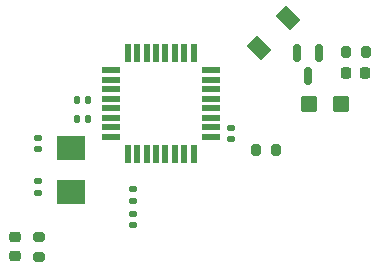
<source format=gbr>
%TF.GenerationSoftware,KiCad,Pcbnew,(6.0.7-1)-1*%
%TF.CreationDate,2022-12-23T14:46:04-05:00*%
%TF.ProjectId,atmega328,61746d65-6761-4333-9238-2e6b69636164,rev?*%
%TF.SameCoordinates,Original*%
%TF.FileFunction,Paste,Top*%
%TF.FilePolarity,Positive*%
%FSLAX46Y46*%
G04 Gerber Fmt 4.6, Leading zero omitted, Abs format (unit mm)*
G04 Created by KiCad (PCBNEW (6.0.7-1)-1) date 2022-12-23 14:46:04*
%MOMM*%
%LPD*%
G01*
G04 APERTURE LIST*
G04 Aperture macros list*
%AMRoundRect*
0 Rectangle with rounded corners*
0 $1 Rounding radius*
0 $2 $3 $4 $5 $6 $7 $8 $9 X,Y pos of 4 corners*
0 Add a 4 corners polygon primitive as box body*
4,1,4,$2,$3,$4,$5,$6,$7,$8,$9,$2,$3,0*
0 Add four circle primitives for the rounded corners*
1,1,$1+$1,$2,$3*
1,1,$1+$1,$4,$5*
1,1,$1+$1,$6,$7*
1,1,$1+$1,$8,$9*
0 Add four rect primitives between the rounded corners*
20,1,$1+$1,$2,$3,$4,$5,0*
20,1,$1+$1,$4,$5,$6,$7,0*
20,1,$1+$1,$6,$7,$8,$9,0*
20,1,$1+$1,$8,$9,$2,$3,0*%
%AMRotRect*
0 Rectangle, with rotation*
0 The origin of the aperture is its center*
0 $1 length*
0 $2 width*
0 $3 Rotation angle, in degrees counterclockwise*
0 Add horizontal line*
21,1,$1,$2,0,0,$3*%
G04 Aperture macros list end*
%ADD10RoundRect,0.250000X-0.450000X-0.425000X0.450000X-0.425000X0.450000X0.425000X-0.450000X0.425000X0*%
%ADD11RoundRect,0.225000X-0.225000X-0.250000X0.225000X-0.250000X0.225000X0.250000X-0.225000X0.250000X0*%
%ADD12RoundRect,0.140000X0.170000X-0.140000X0.170000X0.140000X-0.170000X0.140000X-0.170000X-0.140000X0*%
%ADD13RoundRect,0.140000X-0.170000X0.140000X-0.170000X-0.140000X0.170000X-0.140000X0.170000X0.140000X0*%
%ADD14RoundRect,0.140000X0.140000X0.170000X-0.140000X0.170000X-0.140000X-0.170000X0.140000X-0.170000X0*%
%ADD15RoundRect,0.200000X-0.200000X-0.275000X0.200000X-0.275000X0.200000X0.275000X-0.200000X0.275000X0*%
%ADD16RoundRect,0.200000X-0.275000X0.200000X-0.275000X-0.200000X0.275000X-0.200000X0.275000X0.200000X0*%
%ADD17R,1.600000X0.550000*%
%ADD18R,0.550000X1.600000*%
%ADD19R,2.400000X2.000000*%
%ADD20RoundRect,0.218750X0.256250X-0.218750X0.256250X0.218750X-0.256250X0.218750X-0.256250X-0.218750X0*%
%ADD21RotRect,1.300000X1.700000X45.000000*%
%ADD22RoundRect,0.150000X-0.150000X0.587500X-0.150000X-0.587500X0.150000X-0.587500X0.150000X0.587500X0*%
G04 APERTURE END LIST*
D10*
%TO.C,C2*%
X155210000Y-95270000D03*
X157910000Y-95270000D03*
%TD*%
D11*
%TO.C,C1*%
X158395000Y-92660000D03*
X159945000Y-92660000D03*
%TD*%
D12*
%TO.C,C6*%
X132310000Y-99100000D03*
X132310000Y-98140000D03*
%TD*%
D13*
%TO.C,C8*%
X140340000Y-104610000D03*
X140340000Y-105570000D03*
%TD*%
D14*
%TO.C,C3*%
X136520000Y-94930000D03*
X135560000Y-94930000D03*
%TD*%
D15*
%TO.C,R1*%
X158360000Y-90860000D03*
X160010000Y-90860000D03*
%TD*%
D14*
%TO.C,C4*%
X136540000Y-96530000D03*
X135580000Y-96530000D03*
%TD*%
D16*
%TO.C,R3*%
X132320000Y-106595000D03*
X132320000Y-108245000D03*
%TD*%
D13*
%TO.C,C5*%
X148590000Y-97310000D03*
X148590000Y-98270000D03*
%TD*%
D17*
%TO.C,U1*%
X138420000Y-92460000D03*
X138420000Y-93260000D03*
X138420000Y-94060000D03*
X138420000Y-94860000D03*
X138420000Y-95660000D03*
X138420000Y-96460000D03*
X138420000Y-97260000D03*
X138420000Y-98060000D03*
D18*
X139870000Y-99510000D03*
X140670000Y-99510000D03*
X141470000Y-99510000D03*
X142270000Y-99510000D03*
X143070000Y-99510000D03*
X143870000Y-99510000D03*
X144670000Y-99510000D03*
X145470000Y-99510000D03*
D17*
X146920000Y-98060000D03*
X146920000Y-97260000D03*
X146920000Y-96460000D03*
X146920000Y-95660000D03*
X146920000Y-94860000D03*
X146920000Y-94060000D03*
X146920000Y-93260000D03*
X146920000Y-92460000D03*
D18*
X145470000Y-91010000D03*
X144670000Y-91010000D03*
X143870000Y-91010000D03*
X143070000Y-91010000D03*
X142270000Y-91010000D03*
X141470000Y-91010000D03*
X140670000Y-91010000D03*
X139870000Y-91010000D03*
%TD*%
D19*
%TO.C,Y1*%
X135060000Y-99040000D03*
X135060000Y-102740000D03*
%TD*%
D12*
%TO.C,C7*%
X132260000Y-102800000D03*
X132260000Y-101840000D03*
%TD*%
D20*
%TO.C,D2*%
X130300000Y-108167500D03*
X130300000Y-106592500D03*
%TD*%
D21*
%TO.C,D1*%
X151002563Y-90527437D03*
X153477437Y-88052563D03*
%TD*%
D22*
%TO.C,Q1*%
X156102500Y-91022500D03*
X154202500Y-91022500D03*
X155152500Y-92897500D03*
%TD*%
D15*
%TO.C,R2*%
X150750000Y-99190000D03*
X152400000Y-99190000D03*
%TD*%
D12*
%TO.C,C9*%
X140340000Y-103480000D03*
X140340000Y-102520000D03*
%TD*%
M02*

</source>
